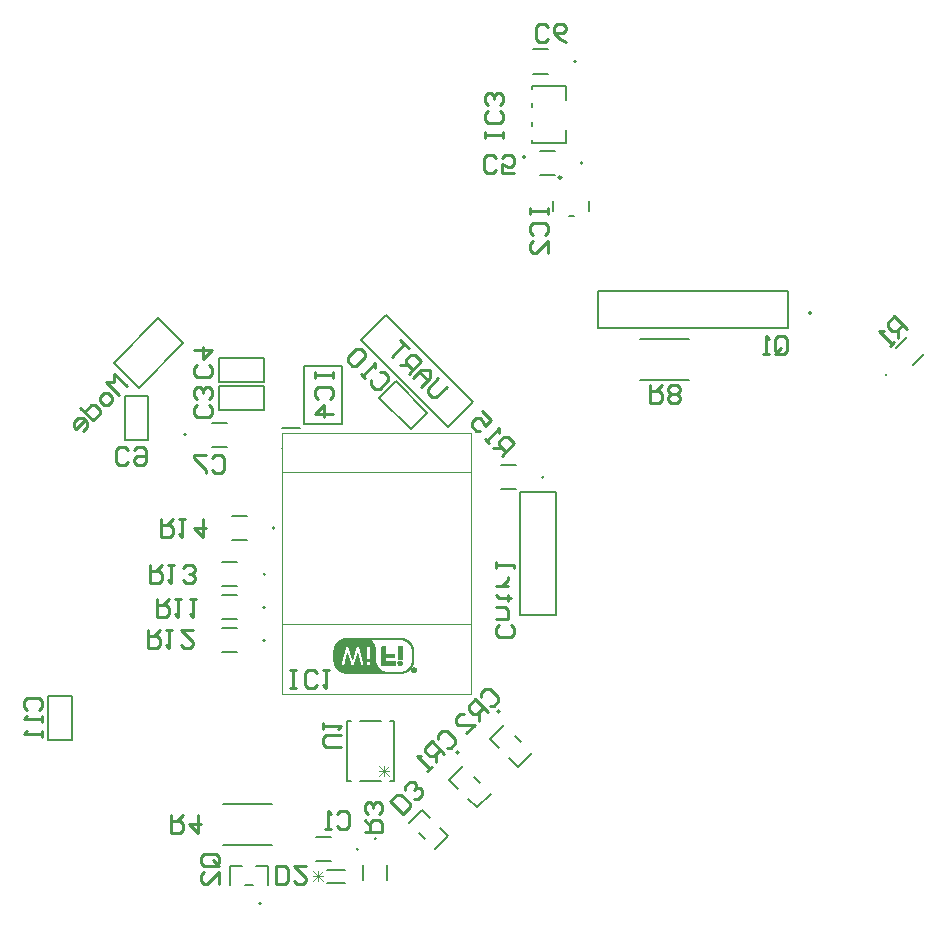
<source format=gbo>
G04 Layer_Color=32896*
%FSLAX44Y44*%
%MOMM*%
G71*
G01*
G75*
%ADD49C,0.1524*%
%ADD50C,0.2540*%
%ADD51C,0.1500*%
%ADD53C,0.2500*%
%ADD54C,0.2000*%
%ADD55C,0.1000*%
%ADD56C,0.0127*%
%ADD57C,0.0762*%
D49*
X175862Y397000D02*
G03*
X175862Y397000I-762J0D01*
G01*
X242704Y251000D02*
G03*
X242704Y251000I-762J0D01*
G01*
X242662Y223000D02*
G03*
X242662Y223000I-762J0D01*
G01*
X441772Y162450D02*
G03*
X441772Y162450I-1270J0D01*
G01*
X407207Y128015D02*
G03*
X407207Y128015I-1270J0D01*
G01*
X478662Y361000D02*
G03*
X478662Y361000I-762J0D01*
G01*
X239287Y434D02*
G03*
X239287Y434I-762J0D01*
G01*
X336762Y54900D02*
G03*
X336762Y54900I-762J0D01*
G01*
X321662Y46000D02*
G03*
X321662Y46000I-762J0D01*
G01*
X242704Y279000D02*
G03*
X242704Y279000I-762J0D01*
G01*
X250662Y318000D02*
G03*
X250662Y318000I-762J0D01*
G01*
X511662Y627000D02*
G03*
X511662Y627000I-762J0D01*
G01*
X463061Y632313D02*
G03*
X463061Y632313I-1270J0D01*
G01*
X505662Y713000D02*
G03*
X505662Y713000I-762J0D01*
G01*
X705295Y500000D02*
G03*
X705295Y500000I-1270J0D01*
G01*
X769327Y447565D02*
G03*
X769327Y447565I-762J0D01*
G01*
X197677Y407287D02*
X210322D01*
X197677Y386713D02*
X210322D01*
X206719Y240713D02*
X219364D01*
X206719Y261287D02*
X219364D01*
X206677Y212713D02*
X219322D01*
X206677Y233287D02*
X219322D01*
X295253Y17285D02*
X310747D01*
X295253Y28715D02*
X310747D01*
X433407Y139191D02*
X440720Y131878D01*
X454399Y141547D02*
X459112Y136834D01*
X456756Y115842D02*
X468430Y127516D01*
X449442Y123155D02*
X456756Y115842D01*
X433407Y139191D02*
X445081Y150865D01*
X398842Y104756D02*
X406156Y97443D01*
X419834Y107112D02*
X424547Y102399D01*
X422191Y81407D02*
X433865Y93082D01*
X414878Y88721D02*
X422191Y81407D01*
X398842Y104756D02*
X410517Y116430D01*
X442678Y350713D02*
X455322D01*
X442678Y371287D02*
X455322D01*
X245256Y15745D02*
X245256Y32255D01*
X212744D02*
X222960D01*
X212744Y15745D02*
X212744Y32255D01*
X225515Y15745D02*
X232485Y15745D01*
X235040Y32255D02*
X245256D01*
X207199Y84272D02*
X248801Y84272D01*
X207199Y49728D02*
X248801Y49728D01*
X346287Y19677D02*
Y32322D01*
X325713Y19677D02*
Y32322D01*
X390806Y64149D02*
X397613Y57343D01*
X373133Y59911D02*
X377911Y55133D01*
X364386Y68658D02*
X375342Y79613D01*
X382150Y72807D01*
X386657Y46386D02*
X397613Y57343D01*
X285678Y35713D02*
X298323D01*
X285678Y56287D02*
X298323D01*
X206719Y268713D02*
X219364D01*
X206719Y289287D02*
X219364D01*
X214678Y307713D02*
X227323D01*
X214678Y328287D02*
X227323D01*
X475677Y637287D02*
X488322D01*
X475677Y616713D02*
X488322D01*
X468776Y689440D02*
Y692257D01*
Y674121D02*
Y677960D01*
Y658040D02*
Y661879D01*
Y643743D02*
X497224D01*
Y680721D02*
Y692257D01*
X468776D02*
X497224D01*
X468776Y643743D02*
Y646560D01*
X497224Y643743D02*
Y655279D01*
X469678Y702713D02*
X482323D01*
X469678Y723287D02*
X482323D01*
X524310Y487300D02*
X685600D01*
X524310D02*
Y519050D01*
X685600D01*
Y487300D02*
Y519050D01*
X560200Y478272D02*
X601800Y478272D01*
X560200Y443728D02*
X601800Y443728D01*
X791803Y456255D02*
X800745Y465197D01*
X777255Y470803D02*
X786197Y479745D01*
X322781Y154273D02*
X341219D01*
X312188Y103727D02*
X315819D01*
X322781Y103727D02*
X341219Y103727D01*
X348181D02*
X351812Y103727D01*
X351812Y154273D01*
X312188D02*
X315819D01*
X312188Y103727D02*
X312188Y154273D01*
X348181D02*
X351812D01*
D50*
X284765Y450000D02*
Y444922D01*
Y447461D01*
X300000D01*
Y450000D01*
Y444922D01*
X287304Y427147D02*
X284765Y429687D01*
Y434765D01*
X287304Y437304D01*
X297461D01*
X300000Y434765D01*
Y429687D01*
X297461Y427147D01*
X300000Y414451D02*
X284765D01*
X292382Y422069D01*
Y411912D01*
X425841Y174795D02*
Y178386D01*
X429432Y181977D01*
X433023D01*
X440205Y174795D01*
Y171204D01*
X436614Y167614D01*
X433023D01*
X431227Y162227D02*
X420454Y173000D01*
X415068Y167614D01*
Y164023D01*
X418659Y160432D01*
X422250D01*
X427636Y165818D01*
X424045Y162227D02*
Y155045D01*
X413273Y144272D02*
X420454Y151454D01*
X406091D01*
X404295Y153250D01*
Y156841D01*
X407886Y160432D01*
X411477D01*
X438157Y621304D02*
X435617Y618765D01*
X430539D01*
X428000Y621304D01*
Y631461D01*
X430539Y634000D01*
X435617D01*
X438157Y631461D01*
X453392Y618765D02*
X443235D01*
Y626382D01*
X448313Y623843D01*
X450853D01*
X453392Y626382D01*
Y631461D01*
X450853Y634000D01*
X445774D01*
X443235Y631461D01*
X482157Y732304D02*
X479618Y729765D01*
X474539D01*
X472000Y732304D01*
Y742461D01*
X474539Y745000D01*
X479618D01*
X482157Y742461D01*
X497392Y729765D02*
X492313Y732304D01*
X487235Y737383D01*
Y742461D01*
X489774Y745000D01*
X494853D01*
X497392Y742461D01*
Y739922D01*
X494853Y737383D01*
X487235D01*
X197843Y377696D02*
X200382Y380235D01*
X205461D01*
X208000Y377696D01*
Y367539D01*
X205461Y365000D01*
X200382D01*
X197843Y367539D01*
X192765Y380235D02*
X182608D01*
Y377696D01*
X192765Y367539D01*
Y365000D01*
X451196Y236157D02*
X453735Y233617D01*
Y228539D01*
X451196Y226000D01*
X441039D01*
X438500Y228539D01*
Y233617D01*
X441039Y236157D01*
X438500Y241235D02*
X448657D01*
Y248853D01*
X446118Y251392D01*
X438500D01*
X451196Y259009D02*
X448657D01*
Y256470D01*
Y261549D01*
Y259009D01*
X441039D01*
X438500Y261549D01*
X448657Y269166D02*
X438500D01*
X443578D01*
X446118Y271705D01*
X448657Y274244D01*
Y276784D01*
X438500Y284401D02*
Y289479D01*
Y286940D01*
X453735D01*
Y284401D01*
X389276Y139360D02*
Y142951D01*
X392867Y146542D01*
X396458D01*
X403640Y139360D01*
Y135770D01*
X400049Y132178D01*
X396458D01*
X394662Y126792D02*
X383889Y137565D01*
X378503Y132178D01*
Y128588D01*
X382094Y124997D01*
X385685D01*
X391071Y130383D01*
X387480Y126792D02*
Y119610D01*
X383889Y116019D02*
X380299Y112428D01*
X382094Y114224D01*
X371321Y124997D01*
X374912D01*
X252000Y16765D02*
Y32000D01*
X259618D01*
X262157Y29461D01*
Y19304D01*
X259618Y16765D01*
X252000D01*
X277392Y32000D02*
X267235D01*
X277392Y21843D01*
Y19304D01*
X274853Y16765D01*
X269774D01*
X267235Y19304D01*
X359773Y76227D02*
X349000Y87000D01*
X354386Y92386D01*
X357977D01*
X365159Y85205D01*
Y81614D01*
X359773Y76227D01*
X368750Y88795D02*
X372341D01*
X375932Y92386D01*
Y95977D01*
X374137Y97773D01*
X370546D01*
X368750Y95977D01*
X370546Y97773D01*
Y101364D01*
X368750Y103159D01*
X365159D01*
X361568Y99568D01*
Y95977D01*
X466765Y589000D02*
Y583922D01*
Y586461D01*
X482000D01*
Y589000D01*
Y583922D01*
X469304Y566147D02*
X466765Y568687D01*
Y573765D01*
X469304Y576304D01*
X479461D01*
X482000Y573765D01*
Y568687D01*
X479461Y566147D01*
X482000Y550912D02*
Y561069D01*
X471843Y550912D01*
X469304D01*
X466765Y553451D01*
Y558530D01*
X469304Y561069D01*
X444235Y648000D02*
Y653078D01*
Y650539D01*
X429000D01*
Y648000D01*
Y653078D01*
X441696Y670853D02*
X444235Y668313D01*
Y663235D01*
X441696Y660696D01*
X431539D01*
X429000Y663235D01*
Y668313D01*
X431539Y670853D01*
X441696Y675931D02*
X444235Y678470D01*
Y683549D01*
X441696Y686088D01*
X439157D01*
X436618Y683549D01*
Y681009D01*
Y683549D01*
X434078Y686088D01*
X431539D01*
X429000Y683549D01*
Y678470D01*
X431539Y675931D01*
X674843Y467539D02*
Y477696D01*
X677383Y480235D01*
X682461D01*
X685000Y477696D01*
Y467539D01*
X682461Y465000D01*
X677383D01*
X679922Y470078D02*
X674843Y465000D01*
X677383D02*
X674843Y467539D01*
X669765Y465000D02*
X664687D01*
X667226D01*
Y480235D01*
X669765Y477696D01*
X201461Y31843D02*
X191304D01*
X188765Y34383D01*
Y39461D01*
X191304Y42000D01*
X201461D01*
X204000Y39461D01*
Y34383D01*
X198922Y36922D02*
X204000Y31843D01*
Y34383D02*
X201461Y31843D01*
X204000Y16608D02*
Y26765D01*
X193843Y16608D01*
X191304D01*
X188765Y19147D01*
Y24226D01*
X191304Y26765D01*
X786172Y486385D02*
X775399Y497158D01*
X770012Y491771D01*
Y488180D01*
X773603Y484589D01*
X777194D01*
X782581Y489976D01*
X778990Y486385D02*
Y479203D01*
X775399Y475612D02*
X771808Y472021D01*
X773603Y473816D01*
X762831Y484589D01*
X766421D01*
X327000Y61000D02*
X342235D01*
Y68618D01*
X339696Y71157D01*
X334618D01*
X332078Y68618D01*
Y61000D01*
Y66078D02*
X327000Y71157D01*
X339696Y76235D02*
X342235Y78774D01*
Y83853D01*
X339696Y86392D01*
X337157D01*
X334618Y83853D01*
Y81313D01*
Y83853D01*
X332078Y86392D01*
X329539D01*
X327000Y83853D01*
Y78774D01*
X329539Y76235D01*
X569000Y439000D02*
Y423765D01*
X576618D01*
X579157Y426304D01*
Y431382D01*
X576618Y433922D01*
X569000D01*
X574078D02*
X579157Y439000D01*
X584235Y426304D02*
X586774Y423765D01*
X591853D01*
X594392Y426304D01*
Y428843D01*
X591853Y431382D01*
X594392Y433922D01*
Y436461D01*
X591853Y439000D01*
X586774D01*
X584235Y436461D01*
Y433922D01*
X586774Y431382D01*
X584235Y428843D01*
Y426304D01*
X586774Y431382D02*
X591853D01*
X151042Y258000D02*
Y242765D01*
X158659D01*
X161199Y245304D01*
Y250382D01*
X158659Y252922D01*
X151042D01*
X156120D02*
X161199Y258000D01*
X166277D02*
X171355D01*
X168816D01*
Y242765D01*
X166277Y245304D01*
X178973Y258000D02*
X184051D01*
X181512D01*
Y242765D01*
X178973Y245304D01*
X144000Y232000D02*
Y216765D01*
X151618D01*
X154157Y219304D01*
Y224382D01*
X151618Y226922D01*
X144000D01*
X149078D02*
X154157Y232000D01*
X159235D02*
X164313D01*
X161774D01*
Y216765D01*
X159235Y219304D01*
X182088Y232000D02*
X171931D01*
X182088Y221843D01*
Y219304D01*
X179548Y216765D01*
X174470D01*
X171931Y219304D01*
X145042Y287000D02*
Y271765D01*
X152660D01*
X155199Y274304D01*
Y279382D01*
X152660Y281922D01*
X145042D01*
X150120D02*
X155199Y287000D01*
X160277D02*
X165355D01*
X162816D01*
Y271765D01*
X160277Y274304D01*
X172973D02*
X175512Y271765D01*
X180590D01*
X183130Y274304D01*
Y276843D01*
X180590Y279382D01*
X178051D01*
X180590D01*
X183130Y281922D01*
Y284461D01*
X180590Y287000D01*
X175512D01*
X172973Y284461D01*
X155000Y326000D02*
Y310765D01*
X162617D01*
X165157Y313304D01*
Y318382D01*
X162617Y320922D01*
X155000D01*
X160078D02*
X165157Y326000D01*
X170235D02*
X175313D01*
X172774D01*
Y310765D01*
X170235Y313304D01*
X190548Y326000D02*
Y310765D01*
X182931Y318382D01*
X193088D01*
X443000Y379000D02*
X453773Y389773D01*
X448386Y395159D01*
X444795D01*
X441204Y391568D01*
Y387977D01*
X446591Y382591D01*
X443000Y386182D02*
X435818D01*
X432227Y389773D02*
X428636Y393364D01*
X430432Y391568D01*
X441204Y402341D01*
Y398750D01*
X426841Y416705D02*
X434023Y409523D01*
X428636Y404137D01*
X426841Y409523D01*
X425045Y411319D01*
X421454D01*
X417863Y407728D01*
Y404137D01*
X421454Y400546D01*
X425045D01*
X306985Y132500D02*
X294289D01*
X291750Y135039D01*
Y140118D01*
X294289Y142657D01*
X306985D01*
X291750Y147735D02*
Y152813D01*
Y150274D01*
X306985D01*
X304446Y147735D01*
X396591Y437785D02*
X387613Y428808D01*
X384022D01*
X380431Y432399D01*
Y435990D01*
X389409Y444967D01*
X375045Y437785D02*
X382227Y444967D01*
Y452149D01*
X375045Y452149D01*
X367863Y444967D01*
X373250Y450354D01*
X380431Y443172D01*
X364272Y448558D02*
X375045Y459331D01*
X369659Y464717D01*
X366068D01*
X362477Y461127D01*
Y457536D01*
X367863Y452149D01*
X364272Y455740D02*
X357090D01*
X364272Y470104D02*
X357090Y477286D01*
X360681Y473695D01*
X349908Y462922D01*
X163000Y75000D02*
Y59765D01*
X170618D01*
X173157Y62304D01*
Y67382D01*
X170618Y69922D01*
X163000D01*
X168078D02*
X173157Y75000D01*
X185853D02*
Y59765D01*
X178235Y67382D01*
X188392D01*
X303843Y75696D02*
X306383Y78235D01*
X311461D01*
X314000Y75696D01*
Y65539D01*
X311461Y63000D01*
X306383D01*
X303843Y65539D01*
X298765Y63000D02*
X293687D01*
X296226D01*
Y78235D01*
X298765Y75696D01*
X195446Y422157D02*
X197985Y419618D01*
Y414539D01*
X195446Y412000D01*
X185289D01*
X182750Y414539D01*
Y419618D01*
X185289Y422157D01*
X195446Y427235D02*
X197985Y429774D01*
Y434852D01*
X195446Y437392D01*
X192907D01*
X190368Y434852D01*
Y432313D01*
Y434852D01*
X187828Y437392D01*
X185289D01*
X182750Y434852D01*
Y429774D01*
X185289Y427235D01*
X195696Y456157D02*
X198235Y453618D01*
Y448539D01*
X195696Y446000D01*
X185539D01*
X183000Y448539D01*
Y453618D01*
X185539Y456157D01*
X183000Y468853D02*
X198235D01*
X190618Y461235D01*
Y471392D01*
X127157Y374304D02*
X124618Y371765D01*
X119539D01*
X117000Y374304D01*
Y384461D01*
X119539Y387000D01*
X124618D01*
X127157Y384461D01*
X132235D02*
X134774Y387000D01*
X139853D01*
X142392Y384461D01*
Y374304D01*
X139853Y371765D01*
X134774D01*
X132235Y374304D01*
Y376843D01*
X134774Y379383D01*
X142392D01*
X339795Y450159D02*
X343386D01*
X346977Y446568D01*
Y442977D01*
X339795Y435796D01*
X336204D01*
X332614Y439386D01*
Y442977D01*
X327227Y444773D02*
X323636Y448364D01*
X325432Y446568D01*
X336204Y457341D01*
Y453750D01*
X327227Y462728D02*
Y466319D01*
X323636Y469909D01*
X320045D01*
X312863Y462728D01*
Y459137D01*
X316454Y455546D01*
X320045D01*
X327227Y462728D01*
X41304Y164093D02*
X38765Y166632D01*
Y171711D01*
X41304Y174250D01*
X51461D01*
X54000Y171711D01*
Y166632D01*
X51461Y164093D01*
X54000Y159015D02*
Y153937D01*
Y156476D01*
X38765D01*
X41304Y159015D01*
X54000Y146319D02*
Y141241D01*
Y143780D01*
X38765D01*
X41304Y146319D01*
X264000Y182765D02*
X269078D01*
X266539D01*
Y198000D01*
X264000D01*
X269078D01*
X286853Y185304D02*
X284313Y182765D01*
X279235D01*
X276696Y185304D01*
Y195461D01*
X279235Y198000D01*
X284313D01*
X286853Y195461D01*
X291931Y198000D02*
X297009D01*
X294470D01*
Y182765D01*
X291931Y185304D01*
X126000Y438000D02*
X115227Y448773D01*
Y441591D01*
X108045Y441591D01*
X118818Y430818D01*
X113432Y425432D02*
X109841Y421841D01*
X106250D01*
X102659Y425432D01*
Y429023D01*
X106250Y432614D01*
X109841D01*
X113432Y429023D01*
Y425432D01*
X86500Y420045D02*
X97273Y409272D01*
X102659Y414659D01*
Y418250D01*
X99068Y421841D01*
X95477D01*
X90091Y416454D01*
X88295Y400295D02*
X91886Y403886D01*
Y407477D01*
X88295Y411068D01*
X84704D01*
X81113Y407477D01*
Y403886D01*
X82909Y402091D01*
X90091Y409272D01*
D51*
X459000Y348250D02*
X489000Y348250D01*
X459000Y244000D02*
X489000D01*
X459000D02*
Y348200D01*
X489000Y244000D02*
Y348200D01*
X397826Y403600D02*
X419040Y424813D01*
X324110Y477316D02*
X345324Y498529D01*
X419004Y424849D01*
X324110Y477316D02*
X397791Y403635D01*
X114671Y457884D02*
X135884Y436671D01*
X114671Y457884D02*
X152395Y495608D01*
X173608Y474395D01*
X135884Y436671D02*
X173608Y474395D01*
D53*
X493750Y614750D02*
G03*
X493750Y614750I-1250J0D01*
G01*
D54*
X366187Y401671D02*
X380329Y415813D01*
X339671Y428187D02*
X366187Y401671D01*
X339671Y428187D02*
X353813Y442329D01*
X380329Y415813D01*
X124000Y429750D02*
X144000D01*
Y392250D02*
Y429750D01*
X124000Y392250D02*
X144000D01*
X124000D02*
Y429750D01*
X487000Y586750D02*
Y595250D01*
X499750Y582500D02*
X504250D01*
X517000Y586750D02*
Y595250D01*
X257250Y403100D02*
X272500D01*
X276000Y406500D02*
Y455500D01*
X308000Y455500D01*
Y406500D02*
Y455500D01*
X276000Y406500D02*
X308000D01*
X59000Y138500D02*
X79000D01*
X59000D02*
Y176000D01*
X79000D01*
Y138500D02*
Y176000D01*
X204000Y442000D02*
X204000Y462000D01*
X241500D01*
X241500Y442000D02*
X241500Y462000D01*
X204000Y442000D02*
X241500D01*
X204000Y438000D02*
X204000Y418000D01*
X204000Y438000D02*
X241500D01*
Y418000D02*
Y438000D01*
X204000Y418000D02*
X241500D01*
D55*
X256778Y236666D02*
X416778D01*
X257794Y365666D02*
X416778D01*
X256778Y177666D02*
X416778D01*
X256270Y385564D02*
X256778Y385056D01*
Y177666D02*
X256778Y398166D01*
X416778D01*
Y177666D02*
Y398166D01*
D56*
X310626Y195318D02*
X358378Y195318D01*
X309864Y195445D02*
X359140Y195445D01*
X309356Y195572D02*
X359648Y195572D01*
X308848Y195699D02*
X360156Y195699D01*
X308467Y195826D02*
X360537Y195826D01*
X308086Y195953D02*
X360918Y195953D01*
X307832Y196080D02*
X361172Y196080D01*
X307451Y196207D02*
X361553D01*
X367903Y196207D02*
X369173Y196207D01*
X307197Y196334D02*
X361807Y196334D01*
X367522D02*
X369427D01*
X306943Y196461D02*
X344281Y196461D01*
X358632D02*
X362061D01*
X367395Y196461D02*
X369681Y196461D01*
X306689Y196588D02*
X343519D01*
X359267D02*
X362315D01*
X367268Y196588D02*
X368157Y196588D01*
X368919Y196588D02*
X369808Y196588D01*
X306435Y196715D02*
X343138D01*
X359775Y196715D02*
X362569Y196715D01*
X367014D02*
X367776D01*
X369300Y196715D02*
X369935Y196715D01*
X306308Y196842D02*
X342630D01*
X360283D02*
X362696D01*
X367014D02*
X367649D01*
X369427D02*
X370062D01*
X306054Y196969D02*
X342376D01*
X360664D02*
X362950D01*
X366887D02*
X367395D01*
X369554D02*
X370189D01*
X305800Y197096D02*
X341995Y197096D01*
X360918D02*
X363077Y197096D01*
X366760D02*
X367268Y197096D01*
X367649Y197096D02*
X368792D01*
X369681D02*
X370189Y197096D01*
X305673Y197223D02*
X341741Y197223D01*
X361299Y197223D02*
X363331Y197223D01*
X366760D02*
X367268Y197223D01*
X367649Y197223D02*
X369173Y197223D01*
X369808Y197223D02*
X370316Y197223D01*
X305546Y197350D02*
X341487Y197350D01*
X361553Y197350D02*
X363458D01*
X366633Y197350D02*
X367141Y197350D01*
X367649Y197350D02*
X369300Y197350D01*
X369935Y197350D02*
X370316Y197350D01*
X305292Y197477D02*
X341233Y197477D01*
X361807Y197477D02*
X363712D01*
X366633Y197477D02*
X367141D01*
X367649Y197477D02*
X368030Y197477D01*
X368665D02*
X369300Y197477D01*
X369935Y197477D02*
X370443D01*
X305165Y197604D02*
X340979Y197604D01*
X362061Y197604D02*
X363839Y197604D01*
X366633D02*
X367014D01*
X367649D02*
X368030D01*
X368792D02*
X369300D01*
X370062D02*
X370443D01*
X305038Y197731D02*
X340725D01*
X362188Y197731D02*
X363966Y197731D01*
X366506D02*
X367014D01*
X367649Y197731D02*
X368030Y197731D01*
X368792D02*
X369300Y197731D01*
X370062Y197731D02*
X370443Y197731D01*
X304784Y197858D02*
X340598Y197858D01*
X362442Y197858D02*
X364220Y197858D01*
X366506D02*
X367014Y197858D01*
X367649Y197858D02*
X368030Y197858D01*
X368792Y197858D02*
X369300Y197858D01*
X370062Y197858D02*
X370443D01*
X304657Y197985D02*
X340344Y197985D01*
X362569Y197985D02*
X364347D01*
X366506Y197985D02*
X367014Y197985D01*
X367649Y197985D02*
X369300D01*
X370062D02*
X370570Y197985D01*
X304530Y198112D02*
X340217D01*
X362823D02*
X364474D01*
X366506D02*
X367014Y198112D01*
X367649D02*
X369173D01*
X370062Y198112D02*
X370570Y198112D01*
X304403Y198239D02*
X339963D01*
X362950Y198239D02*
X364601Y198239D01*
X366506D02*
X366887Y198239D01*
X367649Y198239D02*
X368919Y198239D01*
X370062Y198239D02*
X370570Y198239D01*
X304276Y198366D02*
X339836D01*
X363204Y198366D02*
X364728Y198366D01*
X366506Y198366D02*
X367014Y198366D01*
X367649Y198366D02*
X368030Y198366D01*
X368284D02*
X368919Y198366D01*
X370062Y198366D02*
X370570Y198366D01*
X304149Y198493D02*
X339709D01*
X363331D02*
X364855D01*
X366506D02*
X367014Y198493D01*
X367649Y198493D02*
X368030D01*
X368538D02*
X369046D01*
X370062D02*
X370443D01*
X304022Y198620D02*
X339582D01*
X363458D02*
X364982D01*
X366506D02*
X367014D01*
X367649D02*
X368030D01*
X368538D02*
X369173D01*
X370062D02*
X370443D01*
X303895Y198747D02*
X339328D01*
X363712D02*
X365109D01*
X366633D02*
X367014D01*
X367649D02*
X368030D01*
X368665D02*
X369173D01*
X369935D02*
X370443D01*
X303768Y198874D02*
X339201D01*
X363839D02*
X365236D01*
X366633D02*
X367141D01*
X367649D02*
X368030Y198874D01*
X368792Y198874D02*
X369300D01*
X369935Y198874D02*
X370443Y198874D01*
X303641Y199001D02*
X339074Y199001D01*
X363966D02*
X365363Y199001D01*
X366760Y199001D02*
X367141D01*
X367649Y199001D02*
X368030Y199001D01*
X368792D02*
X369427D01*
X369808Y199001D02*
X370316Y199001D01*
X303514Y199128D02*
X338947D01*
X364093Y199128D02*
X365490Y199128D01*
X366760Y199128D02*
X367268Y199128D01*
X367649Y199128D02*
X368030Y199128D01*
X368919Y199128D02*
X369427D01*
X369808Y199128D02*
X370316Y199128D01*
X303387Y199255D02*
X338820Y199255D01*
X364220Y199255D02*
X365617Y199255D01*
X366887Y199255D02*
X367395Y199255D01*
X369681Y199255D02*
X370189Y199255D01*
X303260Y199382D02*
X338693D01*
X364347D02*
X365617D01*
X366887D02*
X367522D01*
X369427D02*
X370062D01*
X303260Y199509D02*
X338566D01*
X364474D02*
X365744D01*
X367014D02*
X367776Y199509D01*
X369300Y199509D02*
X369935D01*
X303133Y199636D02*
X338566D01*
X364601Y199636D02*
X365871D01*
X367141Y199636D02*
X368030Y199636D01*
X369046Y199636D02*
X369808D01*
X303006Y199763D02*
X338439D01*
X364728Y199763D02*
X365998D01*
X367395Y199763D02*
X369681Y199763D01*
X302879Y199890D02*
X338312D01*
X364728D02*
X366125Y199890D01*
X367522Y199890D02*
X369554Y199890D01*
X302879Y200017D02*
X338185Y200017D01*
X364855D02*
X366125Y200017D01*
X367903Y200017D02*
X369173Y200017D01*
X302752Y200144D02*
X338058D01*
X364982Y200144D02*
X366252Y200144D01*
X302625Y200271D02*
X337931D01*
X365109Y200271D02*
X366379Y200271D01*
X302498Y200398D02*
X337931D01*
X365236D02*
X366379D01*
X302498Y200525D02*
X337804D01*
X365236Y200525D02*
X366506Y200525D01*
X302371Y200652D02*
X337677D01*
X365363Y200652D02*
X366633Y200652D01*
X302371Y200779D02*
X337677Y200779D01*
X365490D02*
X366633D01*
X302244Y200906D02*
X337550Y200906D01*
X365490Y200906D02*
X366760Y200906D01*
X302117Y201033D02*
X337423Y201033D01*
X365617Y201033D02*
X366760Y201033D01*
X302117Y201160D02*
X337423Y201160D01*
X365744Y201160D02*
X366887D01*
X301990Y201287D02*
X337296Y201287D01*
X365744Y201287D02*
X367014Y201287D01*
X301990Y201414D02*
X337296Y201414D01*
X365871D02*
X367014Y201414D01*
X301863Y201541D02*
X337169Y201541D01*
X365871Y201541D02*
X367141Y201541D01*
X301863Y201668D02*
X337169Y201668D01*
X365998Y201668D02*
X367141Y201668D01*
X301736Y201795D02*
X337042D01*
X366125Y201795D02*
X367268Y201795D01*
X301736Y201922D02*
X329549D01*
X330184Y201922D02*
X337042Y201922D01*
X356473D02*
X356981D01*
X366125Y201922D02*
X367268Y201922D01*
X301609Y202049D02*
X329041Y202049D01*
X330565D02*
X336915Y202049D01*
X355965Y202049D02*
X357489Y202049D01*
X366252Y202049D02*
X367268Y202049D01*
X301609Y202176D02*
X328787D01*
X330819D02*
X336915D01*
X355711Y202176D02*
X357743Y202176D01*
X366252D02*
X367395Y202176D01*
X301609Y202303D02*
X306689Y202303D01*
X306816D02*
X306943D01*
X309229Y202303D02*
X309483Y202303D01*
X309610D02*
X315071D01*
X317357D02*
X317484D01*
X317611D02*
X317865D01*
X317992D02*
X323326D01*
X326120Y202303D02*
X326247Y202303D01*
X326374D02*
X328660D01*
X331073D02*
X336788D01*
X355584D02*
X357997Y202303D01*
X366252Y202303D02*
X367395D01*
X301482Y202430D02*
X306562D01*
X309991D02*
X315071D01*
X317992D02*
X323199D01*
X326374D02*
X328533D01*
X331200D02*
X336788D01*
X341233D02*
X352790D01*
X355457D02*
X358124D01*
X366379D02*
X367522D01*
X301482Y202557D02*
X306562D01*
X309991D02*
X315071D01*
X318119D02*
X323199D01*
X326374D02*
X328406D01*
X331327D02*
X336788D01*
X341233D02*
X352917D01*
X355330D02*
X358251D01*
X366379D02*
X367522D01*
X301355Y202684D02*
X306689D01*
X309991Y202684D02*
X314944Y202684D01*
X318119D02*
X323199D01*
X326247D02*
X328279D01*
X331454D02*
X336661D01*
X341233D02*
X352790D01*
X355203D02*
X358251D01*
X366506Y202684D02*
X367522Y202684D01*
X301355Y202811D02*
X306689Y202811D01*
X309991Y202811D02*
X314944Y202811D01*
X318119Y202811D02*
X323072Y202811D01*
X326247Y202811D02*
X328152D01*
X331454D02*
X336661Y202811D01*
X341233Y202811D02*
X352790Y202811D01*
X355076Y202811D02*
X358378Y202811D01*
X366506Y202811D02*
X367649Y202811D01*
X301355Y202938D02*
X306689Y202938D01*
X310118Y202938D02*
X314944Y202938D01*
X318119Y202938D02*
X323072Y202938D01*
X326247Y202938D02*
X328152D01*
X331581Y202938D02*
X336534Y202938D01*
X341233Y202938D02*
X352790Y202938D01*
X355076D02*
X358505D01*
X366506D02*
X367649Y202938D01*
X301228Y203065D02*
X306689Y203065D01*
X310118Y203065D02*
X314817Y203065D01*
X318246Y203065D02*
X323072Y203065D01*
X326247Y203065D02*
X328025Y203065D01*
X331581D02*
X336534Y203065D01*
X341233Y203065D02*
X352790Y203065D01*
X354949Y203065D02*
X358505D01*
X366633Y203065D02*
X367776Y203065D01*
X301228Y203192D02*
X306816D01*
X310118D02*
X314817D01*
X318246D02*
X323072D01*
X326120Y203192D02*
X328025D01*
X331708Y203192D02*
X336534Y203192D01*
X341233Y203192D02*
X352790Y203192D01*
X354949D02*
X358632D01*
X366633Y203192D02*
X367776Y203192D01*
X301228Y203319D02*
X306816Y203319D01*
X310118Y203319D02*
X314817Y203319D01*
X318246Y203319D02*
X323072Y203319D01*
X326120D02*
X328025D01*
X331708D02*
X336407Y203319D01*
X341233D02*
X352790Y203319D01*
X354949D02*
X358632Y203319D01*
X366760Y203319D02*
X367776D01*
X301101Y203446D02*
X306816D01*
X310245Y203446D02*
X314690Y203446D01*
X318373D02*
X322945Y203446D01*
X326120Y203446D02*
X327898Y203446D01*
X331708D02*
X336407D01*
X341233D02*
X352790Y203446D01*
X354822Y203446D02*
X358632D01*
X366760Y203446D02*
X367776D01*
X301101Y203573D02*
X306816D01*
X310245D02*
X314690Y203573D01*
X318373D02*
X322945Y203573D01*
X326120Y203573D02*
X327898Y203573D01*
X331708D02*
X336407Y203573D01*
X341233Y203573D02*
X352790Y203573D01*
X354822Y203573D02*
X358632D01*
X366760Y203573D02*
X367903Y203573D01*
X301101Y203700D02*
X306943Y203700D01*
X310245Y203700D02*
X314690Y203700D01*
X318373D02*
X322945Y203700D01*
X325993Y203700D02*
X327898D01*
X331708D02*
X336407Y203700D01*
X341233D02*
X352790Y203700D01*
X354822Y203700D02*
X358632D01*
X366760Y203700D02*
X367903Y203700D01*
X301101Y203827D02*
X306943D01*
X310245Y203827D02*
X314690Y203827D01*
X318373Y203827D02*
X322945D01*
X325993D02*
X327898D01*
X331835D02*
X336280D01*
X341233D02*
X352790Y203827D01*
X354822Y203827D02*
X358632D01*
X366887D02*
X367903D01*
X300974Y203954D02*
X306943D01*
X310245Y203954D02*
X314563Y203954D01*
X318500Y203954D02*
X322818Y203954D01*
X325993Y203954D02*
X327898D01*
X331708D02*
X336280Y203954D01*
X341233D02*
X352790D01*
X354822D02*
X358632D01*
X366887Y203954D02*
X368030Y203954D01*
X300974Y204081D02*
X306943D01*
X310372D02*
X314563Y204081D01*
X318500Y204081D02*
X322818D01*
X325993Y204081D02*
X327898D01*
X331708D02*
X336280Y204081D01*
X341233Y204081D02*
X352790Y204081D01*
X354822D02*
X358632D01*
X366887D02*
X368030D01*
X300974Y204208D02*
X307070D01*
X310372D02*
X314563D01*
X318500Y204208D02*
X322818Y204208D01*
X325866Y204208D02*
X328025D01*
X331708Y204208D02*
X336280D01*
X341233D02*
X352790D01*
X354822D02*
X358632D01*
X366887D02*
X368030D01*
X300974Y204335D02*
X307070D01*
X310372D02*
X314436D01*
X318627Y204335D02*
X322818Y204335D01*
X325866D02*
X328025D01*
X331708Y204335D02*
X336153Y204335D01*
X341233D02*
X352790D01*
X354949D02*
X358632D01*
X367014D02*
X368030D01*
X300974Y204462D02*
X307070D01*
X310372D02*
X314436D01*
X318627D02*
X322691D01*
X325866D02*
X328025D01*
X331708D02*
X336153D01*
X341233D02*
X352790D01*
X354949D02*
X358505D01*
X367014D02*
X368030D01*
X300847Y204589D02*
X307197D01*
X310499Y204589D02*
X314436D01*
X318627Y204589D02*
X322691Y204589D01*
X325866D02*
X328025D01*
X331581D02*
X336153Y204589D01*
X341233Y204589D02*
X352790D01*
X354949Y204589D02*
X358505D01*
X367014Y204589D02*
X368157D01*
X300847Y204716D02*
X307197Y204716D01*
X310499Y204716D02*
X314436Y204716D01*
X318627Y204716D02*
X322691D01*
X325739D02*
X328152D01*
X331581Y204716D02*
X336153Y204716D01*
X341233Y204716D02*
X352790Y204716D01*
X355076Y204716D02*
X358505Y204716D01*
X367014Y204716D02*
X368157D01*
X300847Y204843D02*
X307197Y204843D01*
X310499D02*
X314309D01*
X318754Y204843D02*
X322691Y204843D01*
X325739Y204843D02*
X328152D01*
X331454D02*
X336153Y204843D01*
X341233Y204843D02*
X352790Y204843D01*
X355076D02*
X358378Y204843D01*
X367014Y204843D02*
X368157Y204843D01*
X300847Y204970D02*
X307197Y204970D01*
X310499Y204970D02*
X314309D01*
X318754Y204970D02*
X322564D01*
X325739Y204970D02*
X328279Y204970D01*
X331327Y204970D02*
X336153D01*
X341233Y204970D02*
X352790Y204970D01*
X355203Y204970D02*
X358251Y204970D01*
X367141Y204970D02*
X368157Y204970D01*
X300847Y205097D02*
X307324Y205097D01*
X310499Y205097D02*
X314309D01*
X318754D02*
X322564D01*
X325612D02*
X328406Y205097D01*
X331327Y205097D02*
X336153D01*
X341233Y205097D02*
X352790Y205097D01*
X355330D02*
X358251D01*
X367141D02*
X368157D01*
X300847Y205224D02*
X307324Y205224D01*
X310626Y205224D02*
X314182Y205224D01*
X318881Y205224D02*
X322564Y205224D01*
X325612Y205224D02*
X328533Y205224D01*
X331200Y205224D02*
X336026D01*
X341233D02*
X352917D01*
X355457D02*
X358124D01*
X367141D02*
X368157D01*
X300847Y205351D02*
X307324Y205351D01*
X310626Y205351D02*
X314182D01*
X318881Y205351D02*
X322564Y205351D01*
X325612D02*
X328660Y205351D01*
X331073Y205351D02*
X336026Y205351D01*
X341233D02*
X352790Y205351D01*
X355584D02*
X357870Y205351D01*
X367141D02*
X368157D01*
X300720Y205478D02*
X307324Y205478D01*
X310626Y205478D02*
X314182D01*
X318881D02*
X322564D01*
X325612D02*
X328914D01*
X330819D02*
X336026Y205478D01*
X341233Y205478D02*
X344662D01*
X355711Y205478D02*
X357743Y205478D01*
X367141D02*
X368284Y205478D01*
X300720Y205605D02*
X307451D01*
X310626Y205605D02*
X314055Y205605D01*
X318881D02*
X322437Y205605D01*
X325485Y205605D02*
X329168Y205605D01*
X330565Y205605D02*
X336026D01*
X341233D02*
X344662Y205605D01*
X356092D02*
X357489D01*
X367141D02*
X368284Y205605D01*
X300720Y205732D02*
X307451D01*
X310753Y205732D02*
X314055Y205732D01*
X319008D02*
X322437D01*
X325485D02*
X329676Y205732D01*
X329803Y205732D02*
X336026D01*
X341233D02*
X344662Y205732D01*
X356600Y205732D02*
X356727D01*
X367141Y205732D02*
X368284Y205732D01*
X300720Y205859D02*
X307451Y205859D01*
X310753Y205859D02*
X314055Y205859D01*
X319008Y205859D02*
X322437Y205859D01*
X325485Y205859D02*
X336026Y205859D01*
X341233D02*
X344662Y205859D01*
X367141Y205859D02*
X368284Y205859D01*
X300720Y205986D02*
X307451Y205986D01*
X310753Y205986D02*
X314055D01*
X319008D02*
X322437Y205986D01*
X325485Y205986D02*
X336026D01*
X341233Y205986D02*
X344662Y205986D01*
X367141Y205986D02*
X368284Y205986D01*
X300720Y206113D02*
X307578D01*
X310753D02*
X313928D01*
X319135D02*
X322437D01*
X325358D02*
X336026D01*
X341233D02*
X344662Y206113D01*
X367141Y206113D02*
X368284D01*
X300720Y206240D02*
X307578D01*
X310753D02*
X313928D01*
X319135D02*
X322310D01*
X325358D02*
X336026D01*
X341233D02*
X344662D01*
X367141D02*
X368284D01*
X300720Y206367D02*
X307578D01*
X310880D02*
X313928D01*
X319135D02*
X322310Y206367D01*
X325358Y206367D02*
X336026D01*
X341233D02*
X344662D01*
X367141D02*
X368284Y206367D01*
X300720Y206494D02*
X307705Y206494D01*
X310880D02*
X313801Y206494D01*
X319135Y206494D02*
X322310Y206494D01*
X325358Y206494D02*
X336026Y206494D01*
X341233Y206494D02*
X344662Y206494D01*
X367141Y206494D02*
X368284Y206494D01*
X300720Y206621D02*
X307705Y206621D01*
X310880Y206621D02*
X313801D01*
X319262Y206621D02*
X322310Y206621D01*
X325231D02*
X336026D01*
X341233Y206621D02*
X344662Y206621D01*
X367141Y206621D02*
X368284Y206621D01*
X300720Y206748D02*
X307705Y206748D01*
X310880Y206748D02*
X313801Y206748D01*
X319262D02*
X322183Y206748D01*
X325231Y206748D02*
X336026Y206748D01*
X341233D02*
X344662Y206748D01*
X367141Y206748D02*
X368284Y206748D01*
X300720Y206875D02*
X307705D01*
X311007Y206875D02*
X313801Y206875D01*
X319262D02*
X322183Y206875D01*
X325231Y206875D02*
X336026D01*
X341233D02*
X344662D01*
X367141Y206875D02*
X368284Y206875D01*
X300720Y207002D02*
X307832D01*
X311007D02*
X313674Y207002D01*
X319389Y207002D02*
X322183D01*
X325231D02*
X336026Y207002D01*
X341233D02*
X344662Y207002D01*
X367141D02*
X368284D01*
X300720Y207129D02*
X307832Y207129D01*
X311007Y207129D02*
X313674Y207129D01*
X319389D02*
X322183D01*
X325104D02*
X336026D01*
X341233D02*
X344662Y207129D01*
X367141Y207129D02*
X368284D01*
X300720Y207256D02*
X307832D01*
X311007Y207256D02*
X313674D01*
X316341Y207256D02*
X316468Y207256D01*
X319389Y207256D02*
X322056Y207256D01*
X325104Y207256D02*
X328152D01*
X331454Y207256D02*
X336026Y207256D01*
X341233D02*
X344662Y207256D01*
X355076Y207256D02*
X358378D01*
X367141Y207256D02*
X368284Y207256D01*
X300720Y207383D02*
X307832D01*
X311134D02*
X313547D01*
X316341Y207383D02*
X316595D01*
X319389Y207383D02*
X322056Y207383D01*
X325104Y207383D02*
X328152Y207383D01*
X331454D02*
X336026Y207383D01*
X341233Y207383D02*
X344662D01*
X355076Y207383D02*
X358378Y207383D01*
X367141Y207383D02*
X368284Y207383D01*
X300720Y207510D02*
X307959Y207510D01*
X311134Y207510D02*
X313547Y207510D01*
X316341Y207510D02*
X316595D01*
X319516Y207510D02*
X322056Y207510D01*
X324977D02*
X328152Y207510D01*
X331454Y207510D02*
X336026Y207510D01*
X341233D02*
X344662Y207510D01*
X355076Y207510D02*
X358378D01*
X367141Y207510D02*
X368284Y207510D01*
X300720Y207637D02*
X307959D01*
X311134Y207637D02*
X313547Y207637D01*
X316341Y207637D02*
X316595Y207637D01*
X319516Y207637D02*
X322056Y207637D01*
X324977Y207637D02*
X328152Y207637D01*
X331454D02*
X336026Y207637D01*
X341233Y207637D02*
X344662Y207637D01*
X355076Y207637D02*
X358378Y207637D01*
X367141D02*
X368284Y207637D01*
X300720Y207764D02*
X307959D01*
X311134Y207764D02*
X313420Y207764D01*
X316214Y207764D02*
X316595Y207764D01*
X319516Y207764D02*
X321929Y207764D01*
X324977Y207764D02*
X328152D01*
X331454Y207764D02*
X336026Y207764D01*
X341233Y207764D02*
X344662Y207764D01*
X355076Y207764D02*
X358378D01*
X367141Y207764D02*
X368284Y207764D01*
X300720Y207891D02*
X307959D01*
X311134D02*
X313420D01*
X316214D02*
X316722Y207891D01*
X319516Y207891D02*
X321929D01*
X324977D02*
X328279D01*
X331454Y207891D02*
X336026Y207891D01*
X341233Y207891D02*
X344662Y207891D01*
X355076D02*
X358378D01*
X367141Y207891D02*
X368284Y207891D01*
X300720Y208018D02*
X308086D01*
X311261D02*
X313420D01*
X316214D02*
X316722D01*
X319643D02*
X321929D01*
X324850D02*
X328152D01*
X331454D02*
X336026D01*
X341233D02*
X344662Y208018D01*
X355076Y208018D02*
X358378D01*
X367141D02*
X368284D01*
X300720Y208145D02*
X308086D01*
X311261D02*
X313420D01*
X316087D02*
X316722D01*
X319643D02*
X321929D01*
X324850D02*
X328152D01*
X331454D02*
X336026D01*
X341233D02*
X344662D01*
X355076D02*
X358378D01*
X367141D02*
X368284D01*
X300720Y208272D02*
X308086D01*
X311261D02*
X313293D01*
X316087D02*
X316849D01*
X319643D02*
X321929D01*
X324850Y208272D02*
X328152Y208272D01*
X331454D02*
X336026D01*
X341233D02*
X344662D01*
X355076D02*
X358378D01*
X367141D02*
X368284Y208272D01*
X300720Y208399D02*
X308213D01*
X311261D02*
X313293Y208399D01*
X316087Y208399D02*
X316849Y208399D01*
X319770Y208399D02*
X321802Y208399D01*
X324850Y208399D02*
X328152Y208399D01*
X331454Y208399D02*
X336026Y208399D01*
X341233Y208399D02*
X344662Y208399D01*
X355076Y208399D02*
X358378Y208399D01*
X367141Y208399D02*
X368284D01*
X300720Y208526D02*
X308213D01*
X311388Y208526D02*
X313293D01*
X316087Y208526D02*
X316849Y208526D01*
X319770Y208526D02*
X321802Y208526D01*
X324723D02*
X328152Y208526D01*
X331454D02*
X336026Y208526D01*
X341233Y208526D02*
X344662Y208526D01*
X355076D02*
X358378D01*
X367141Y208526D02*
X368284Y208526D01*
X300720Y208653D02*
X308213Y208653D01*
X311388Y208653D02*
X313166Y208653D01*
X315960Y208653D02*
X316849Y208653D01*
X319770Y208653D02*
X321802D01*
X324723Y208653D02*
X328152Y208653D01*
X331454Y208653D02*
X336026Y208653D01*
X341233Y208653D02*
X352282Y208653D01*
X355076Y208653D02*
X358378Y208653D01*
X367141Y208653D02*
X368284Y208653D01*
X300720Y208780D02*
X308213D01*
X311388Y208780D02*
X313166Y208780D01*
X315960D02*
X316976D01*
X319770D02*
X321802D01*
X324723Y208780D02*
X328152Y208780D01*
X331454D02*
X336026D01*
X341233D02*
X352282D01*
X355076D02*
X358378D01*
X367141Y208780D02*
X368284Y208780D01*
X300720Y208907D02*
X308340D01*
X311388D02*
X313166Y208907D01*
X315960D02*
X316976D01*
X319897Y208907D02*
X321675Y208907D01*
X324723Y208907D02*
X328152Y208907D01*
X331454Y208907D02*
X336026Y208907D01*
X341233D02*
X352282Y208907D01*
X355076Y208907D02*
X358378Y208907D01*
X367141Y208907D02*
X368284D01*
X300720Y209034D02*
X308340Y209034D01*
X311388Y209034D02*
X313039D01*
X315833D02*
X316976Y209034D01*
X319897Y209034D02*
X321675Y209034D01*
X324596D02*
X328152D01*
X331454D02*
X336026D01*
X341233D02*
X352282Y209034D01*
X355076Y209034D02*
X358378D01*
X367141D02*
X368284D01*
X300720Y209161D02*
X308340D01*
X311515D02*
X313039Y209161D01*
X315833Y209161D02*
X317103Y209161D01*
X319897D02*
X321675Y209161D01*
X324596D02*
X328152D01*
X331454Y209161D02*
X336026Y209161D01*
X341233D02*
X352282Y209161D01*
X355076Y209161D02*
X358378D01*
X367141Y209161D02*
X368284Y209161D01*
X300720Y209288D02*
X308340D01*
X311515Y209288D02*
X313039Y209288D01*
X315833D02*
X317103D01*
X320024Y209288D02*
X321675D01*
X324596D02*
X328152Y209288D01*
X331454D02*
X336026Y209288D01*
X341233Y209288D02*
X352282D01*
X355076Y209288D02*
X358378Y209288D01*
X367141Y209288D02*
X368284Y209288D01*
X300720Y209415D02*
X308467Y209415D01*
X311515D02*
X313039Y209415D01*
X315833Y209415D02*
X317103Y209415D01*
X320024D02*
X321548Y209415D01*
X324469Y209415D02*
X328152Y209415D01*
X331454Y209415D02*
X336026Y209415D01*
X341233Y209415D02*
X352282D01*
X355076Y209415D02*
X358378D01*
X367141Y209415D02*
X368284Y209415D01*
X300720Y209542D02*
X308467D01*
X311515Y209542D02*
X312912D01*
X315706Y209542D02*
X317103D01*
X320024Y209542D02*
X321548Y209542D01*
X324469D02*
X328152Y209542D01*
X331454D02*
X336026Y209542D01*
X341233Y209542D02*
X352282Y209542D01*
X355076Y209542D02*
X358378D01*
X367141Y209542D02*
X368284Y209542D01*
X300720Y209669D02*
X308467D01*
X311642D02*
X312912D01*
X315706D02*
X317230D01*
X320024D02*
X321548D01*
X324469Y209669D02*
X328152Y209669D01*
X331454D02*
X336026D01*
X341233D02*
X352282Y209669D01*
X355076Y209669D02*
X358378D01*
X367141D02*
X368284D01*
X300720Y209796D02*
X308594D01*
X311642D02*
X312912Y209796D01*
X315706Y209796D02*
X317230D01*
X320151D02*
X321548D01*
X324469D02*
X328152Y209796D01*
X331454D02*
X336026Y209796D01*
X341233Y209796D02*
X352282Y209796D01*
X355076D02*
X358378D01*
X367141Y209796D02*
X368284Y209796D01*
X300720Y209923D02*
X308594D01*
X311642D02*
X312785D01*
X315579D02*
X317230D01*
X320151D02*
X321548D01*
X324342D02*
X328152D01*
X331454D02*
X336026D01*
X341233D02*
X352282Y209923D01*
X355076Y209923D02*
X358378D01*
X367141D02*
X368284D01*
X300720Y210050D02*
X308594D01*
X311642D02*
X312785D01*
X315579D02*
X317357D01*
X320151D02*
X321421D01*
X324342D02*
X328152D01*
X331454D02*
X336026D01*
X341233D02*
X352282D01*
X355076D02*
X358378D01*
X367141D02*
X368284D01*
X300720Y210177D02*
X308594D01*
X311642D02*
X312785D01*
X315579Y210177D02*
X317357Y210177D01*
X320278D02*
X321421Y210177D01*
X324342Y210177D02*
X328152D01*
X331454D02*
X336026D01*
X341233D02*
X352282Y210177D01*
X355076D02*
X358378Y210177D01*
X367141D02*
X368284Y210177D01*
X300720Y210304D02*
X308721Y210304D01*
X311769Y210304D02*
X312785Y210304D01*
X315579Y210304D02*
X317357Y210304D01*
X320278D02*
X321421D01*
X324342Y210304D02*
X328152D01*
X331454Y210304D02*
X336026Y210304D01*
X341233Y210304D02*
X352282Y210304D01*
X355076Y210304D02*
X358378Y210304D01*
X367141Y210304D02*
X368284D01*
X300720Y210431D02*
X308721Y210431D01*
X311769Y210431D02*
X312658Y210431D01*
X315452Y210431D02*
X317357D01*
X320278Y210431D02*
X321421Y210431D01*
X324215Y210431D02*
X328152Y210431D01*
X331454D02*
X336026Y210431D01*
X341233Y210431D02*
X352282Y210431D01*
X355076D02*
X358378D01*
X367141Y210431D02*
X368284Y210431D01*
X300720Y210558D02*
X308721D01*
X311769D02*
X312658Y210558D01*
X315452Y210558D02*
X317484D01*
X320405Y210558D02*
X321294Y210558D01*
X324215Y210558D02*
X328152Y210558D01*
X331454Y210558D02*
X336026Y210558D01*
X341233Y210558D02*
X352282Y210558D01*
X355076Y210558D02*
X358378D01*
X367141Y210558D02*
X368284Y210558D01*
X300720Y210685D02*
X308721D01*
X311769D02*
X312658D01*
X315452Y210685D02*
X317484Y210685D01*
X320405D02*
X321294D01*
X324215Y210685D02*
X328152Y210685D01*
X331454D02*
X336026D01*
X341233D02*
X352282Y210685D01*
X355076Y210685D02*
X358378D01*
X367141Y210685D02*
X368284Y210685D01*
X300720Y210812D02*
X308848D01*
X311896D02*
X312531D01*
X315325Y210812D02*
X317484D01*
X320405Y210812D02*
X321294D01*
X324215Y210812D02*
X328152D01*
X331454Y210812D02*
X336026Y210812D01*
X341233D02*
X352282D01*
X355076Y210812D02*
X358378Y210812D01*
X367141D02*
X368284Y210812D01*
X300720Y210939D02*
X308848Y210939D01*
X311896Y210939D02*
X312531D01*
X315325Y210939D02*
X317611Y210939D01*
X320405D02*
X321294Y210939D01*
X324088Y210939D02*
X328152Y210939D01*
X331454D02*
X336026D01*
X341233D02*
X352282Y210939D01*
X355076Y210939D02*
X358378D01*
X367141Y210939D02*
X368284Y210939D01*
X300720Y211066D02*
X308848Y211066D01*
X311896Y211066D02*
X312531D01*
X315325Y211066D02*
X317611D01*
X320532D02*
X321167Y211066D01*
X324088Y211066D02*
X328152Y211066D01*
X331454Y211066D02*
X336026Y211066D01*
X341233D02*
X352282Y211066D01*
X355076Y211066D02*
X358378D01*
X367141Y211066D02*
X368284Y211066D01*
X300720Y211193D02*
X308848Y211193D01*
X311896Y211193D02*
X312404Y211193D01*
X315325D02*
X317611Y211193D01*
X320532Y211193D02*
X321167Y211193D01*
X324088Y211193D02*
X328152D01*
X331454D02*
X336026Y211193D01*
X341233Y211193D02*
X352282D01*
X355076Y211193D02*
X358378Y211193D01*
X367141Y211193D02*
X368284Y211193D01*
X300720Y211320D02*
X308975D01*
X311896D02*
X312404D01*
X315198D02*
X317611D01*
X320532D02*
X321167D01*
X324088Y211320D02*
X328152Y211320D01*
X331454D02*
X336026Y211320D01*
X341233Y211320D02*
X352282D01*
X355076Y211320D02*
X358378D01*
X367141Y211320D02*
X368284Y211320D01*
X300720Y211447D02*
X308975Y211447D01*
X312023Y211447D02*
X312404D01*
X315198D02*
X317738D01*
X320532Y211447D02*
X321167Y211447D01*
X323961Y211447D02*
X328152Y211447D01*
X331454D02*
X336026Y211447D01*
X341233Y211447D02*
X352282Y211447D01*
X355076Y211447D02*
X358378D01*
X367141Y211447D02*
X368284Y211447D01*
X300720Y211574D02*
X308975Y211574D01*
X312023Y211574D02*
X312404D01*
X315198D02*
X317738D01*
X320659Y211574D02*
X321167Y211574D01*
X323961Y211574D02*
X328152Y211574D01*
X331454D02*
X336026D01*
X341233D02*
X352282Y211574D01*
X355076Y211574D02*
X358378D01*
X367141D02*
X368284D01*
X300720Y211701D02*
X309102Y211701D01*
X312023Y211701D02*
X312277D01*
X315071D02*
X317738D01*
X320659D02*
X321040D01*
X323961D02*
X328152D01*
X331454D02*
X336026D01*
X341233Y211701D02*
X352282Y211701D01*
X355076D02*
X358378D01*
X367141Y211701D02*
X368284Y211701D01*
X300720Y211828D02*
X309102D01*
X312023D02*
X312277D01*
X315071D02*
X317865D01*
X320659D02*
X321040D01*
X323834D02*
X328152D01*
X331454D02*
X336026D01*
X341233D02*
X344662D01*
X355076D02*
X358378D01*
X367141D02*
X368284D01*
X300720Y211955D02*
X309102D01*
X312150D02*
X312277D01*
X315071D02*
X317865D01*
X320786D02*
X321040D01*
X323834D02*
X328152D01*
X331454D02*
X336026D01*
X341233D02*
X344662D01*
X355076D02*
X358378D01*
X367141D02*
X368284D01*
X300720Y212082D02*
X309102D01*
X315071D02*
X317865Y212082D01*
X320786Y212082D02*
X321040Y212082D01*
X323834Y212082D02*
X328152D01*
X331454D02*
X336026Y212082D01*
X341233Y212082D02*
X344662Y212082D01*
X355076D02*
X358378Y212082D01*
X367141D02*
X368284Y212082D01*
X300720Y212209D02*
X309229Y212209D01*
X314944D02*
X317865Y212209D01*
X320786D02*
X320913Y212209D01*
X323834Y212209D02*
X328152Y212209D01*
X331454Y212209D02*
X336026Y212209D01*
X341233Y212209D02*
X344662Y212209D01*
X355076Y212209D02*
X358378Y212209D01*
X367141Y212209D02*
X368284D01*
X300720Y212336D02*
X309229Y212336D01*
X314944D02*
X317992D01*
X320786Y212336D02*
X320913Y212336D01*
X323707Y212336D02*
X328152Y212336D01*
X331454D02*
X336026Y212336D01*
X341233Y212336D02*
X344662Y212336D01*
X355076Y212336D02*
X358378D01*
X367141Y212336D02*
X368284Y212336D01*
X300720Y212463D02*
X309229Y212463D01*
X314944D02*
X317992Y212463D01*
X323707D02*
X328152Y212463D01*
X331454Y212463D02*
X336026D01*
X341233Y212463D02*
X344662Y212463D01*
X355076Y212463D02*
X358378Y212463D01*
X367141Y212463D02*
X368284D01*
X300720Y212590D02*
X309229Y212590D01*
X314817Y212590D02*
X317992Y212590D01*
X323707D02*
X328152D01*
X331454D02*
X336026D01*
X341233D02*
X344662D01*
X355076D02*
X358378D01*
X367141D02*
X368284D01*
X300720Y212717D02*
X309356Y212717D01*
X314817D02*
X318119Y212717D01*
X323707D02*
X328152Y212717D01*
X331454Y212717D02*
X336026Y212717D01*
X341233D02*
X344662Y212717D01*
X355076D02*
X358378Y212717D01*
X367141D02*
X368284Y212717D01*
X300720Y212844D02*
X309356D01*
X314817Y212844D02*
X318119Y212844D01*
X323580D02*
X328152D01*
X331454D02*
X336026D01*
X341233Y212844D02*
X344662Y212844D01*
X355076Y212844D02*
X358378D01*
X367141Y212844D02*
X368284Y212844D01*
X300720Y212971D02*
X309356D01*
X314690Y212971D02*
X318119Y212971D01*
X323580D02*
X328152D01*
X331454Y212971D02*
X336026Y212971D01*
X341233D02*
X344662Y212971D01*
X355076Y212971D02*
X358378D01*
X367141Y212971D02*
X368284Y212971D01*
X300720Y213098D02*
X309483D01*
X314690Y213098D02*
X318246D01*
X323580Y213098D02*
X328152Y213098D01*
X331454D02*
X336026Y213098D01*
X341233Y213098D02*
X344662D01*
X355076Y213098D02*
X358378Y213098D01*
X367141Y213098D02*
X368284Y213098D01*
X300720Y213225D02*
X309483D01*
X314690Y213225D02*
X318246D01*
X323580D02*
X328152Y213225D01*
X331454Y213225D02*
X336026Y213225D01*
X341233D02*
X344662Y213225D01*
X355076Y213225D02*
X358378D01*
X367141Y213225D02*
X368284Y213225D01*
X300720Y213352D02*
X309483D01*
X314690Y213352D02*
X318246D01*
X323453Y213352D02*
X328152Y213352D01*
X331454D02*
X336026Y213352D01*
X341233Y213352D02*
X344662Y213352D01*
X355076Y213352D02*
X358378D01*
X367141Y213352D02*
X368284Y213352D01*
X300720Y213479D02*
X309483Y213479D01*
X314563Y213479D02*
X318246D01*
X323453D02*
X328152D01*
X331454D02*
X336026D01*
X341233D02*
X344662Y213479D01*
X355076Y213479D02*
X358378D01*
X367141D02*
X368284D01*
X300720Y213606D02*
X309610D01*
X314563D02*
X318373D01*
X323453D02*
X328152D01*
X331454D02*
X336026D01*
X341233D02*
X344662D01*
X355076D02*
X358378D01*
X367141Y213606D02*
X368284Y213606D01*
X300720Y213733D02*
X309610D01*
X314563D02*
X318373D01*
X323453D02*
X328152D01*
X331454D02*
X336026D01*
X341233D02*
X344662D01*
X355076D02*
X358378D01*
X367141D02*
X368284D01*
X300720Y213860D02*
X309610Y213860D01*
X314436D02*
X318373D01*
X323326D02*
X328152D01*
X331454D02*
X336026D01*
X341233D02*
X344662D01*
X355076D02*
X358378D01*
X367141D02*
X368284D01*
X300720Y213987D02*
X309610Y213987D01*
X314436Y213987D02*
X318373D01*
X323326Y213987D02*
X328152Y213987D01*
X331454Y213987D02*
X336026Y213987D01*
X341233Y213987D02*
X344662Y213987D01*
X355076D02*
X358378Y213987D01*
X367141Y213987D02*
X368284Y213987D01*
X300720Y214114D02*
X309737D01*
X314436Y214114D02*
X318500D01*
X323326Y214114D02*
X328152Y214114D01*
X331454Y214114D02*
X336026Y214114D01*
X341233Y214114D02*
X344662Y214114D01*
X355076Y214114D02*
X358378Y214114D01*
X367141Y214114D02*
X368284D01*
X300720Y214241D02*
X309737Y214241D01*
X314436Y214241D02*
X318500D01*
X323199Y214241D02*
X328152Y214241D01*
X331454D02*
X336026Y214241D01*
X341233Y214241D02*
X344662Y214241D01*
X355076Y214241D02*
X358378D01*
X367141Y214241D02*
X368284Y214241D01*
X300720Y214368D02*
X309737D01*
X314309D02*
X318500Y214368D01*
X323199Y214368D02*
X328152Y214368D01*
X331454Y214368D02*
X336026Y214368D01*
X341233D02*
X344662Y214368D01*
X355076Y214368D02*
X358378Y214368D01*
X367141Y214368D02*
X368284D01*
X300720Y214495D02*
X309737Y214495D01*
X314309Y214495D02*
X318627D01*
X323199D02*
X328152D01*
X331454D02*
X336026D01*
X341233D02*
X344662D01*
X355076D02*
X358378D01*
X367141D02*
X368284D01*
X300720Y214622D02*
X309864Y214622D01*
X314309D02*
X318627D01*
X323199Y214622D02*
X328152Y214622D01*
X331454Y214622D02*
X336026Y214622D01*
X341233D02*
X344662Y214622D01*
X355076D02*
X358378Y214622D01*
X367141D02*
X368284Y214622D01*
X300720Y214749D02*
X309864Y214749D01*
X314182Y214749D02*
X318627Y214749D01*
X323072Y214749D02*
X328152D01*
X331454Y214749D02*
X336026D01*
X341233Y214749D02*
X344662Y214749D01*
X355076Y214749D02*
X358378Y214749D01*
X367141Y214749D02*
X368284Y214749D01*
X300847Y214876D02*
X309864D01*
X314182Y214876D02*
X318627Y214876D01*
X323072Y214876D02*
X328152Y214876D01*
X331454Y214876D02*
X336026Y214876D01*
X341233D02*
X344662Y214876D01*
X355076Y214876D02*
X358378D01*
X367141Y214876D02*
X368157Y214876D01*
X300847Y215003D02*
X309991D01*
X314182D02*
X318754D01*
X323072D02*
X328152Y215003D01*
X331454D02*
X335899Y215003D01*
X341233Y215003D02*
X344662Y215003D01*
X355076Y215003D02*
X358378Y215003D01*
X367141Y215003D02*
X368157D01*
X300847Y215130D02*
X309991D01*
X314182D02*
X318754Y215130D01*
X323072Y215130D02*
X328152D01*
X331454Y215130D02*
X335899Y215130D01*
X341233Y215130D02*
X344662Y215130D01*
X355076Y215130D02*
X358378D01*
X367141Y215130D02*
X368157Y215130D01*
X300847Y215257D02*
X309991D01*
X314055D02*
X318754Y215257D01*
X322945Y215257D02*
X328152Y215257D01*
X331454D02*
X335899Y215257D01*
X341233Y215257D02*
X344662Y215257D01*
X355076Y215257D02*
X358378D01*
X367141Y215257D02*
X368157Y215257D01*
X300847Y215384D02*
X309991D01*
X314055D02*
X318881D01*
X322945D02*
X328152D01*
X331454D02*
X335899D01*
X341233D02*
X344662Y215384D01*
X355076Y215384D02*
X358378D01*
X367014Y215384D02*
X368157Y215384D01*
X300847Y215511D02*
X310118D01*
X314055D02*
X318881D01*
X322945D02*
X328152D01*
X331454D02*
X335899D01*
X341233D02*
X344662D01*
X355076D02*
X358378D01*
X367014D02*
X368157D01*
X300847Y215638D02*
X310118D01*
X313928D02*
X318881D01*
X322945D02*
X328152D01*
X331454D02*
X335899D01*
X341233D02*
X344662D01*
X355076D02*
X358378D01*
X367014D02*
X368030D01*
X300974Y215765D02*
X310118D01*
X313928Y215765D02*
X319008Y215765D01*
X322818D02*
X328152D01*
X331454D02*
X335899D01*
X341233D02*
X344662D01*
X355076D02*
X358378D01*
X367014D02*
X368030Y215765D01*
X300974Y215892D02*
X310118D01*
X313928D02*
X319008Y215892D01*
X322818D02*
X328152Y215892D01*
X331454D02*
X335899Y215892D01*
X341233Y215892D02*
X344662Y215892D01*
X355076D02*
X358378Y215892D01*
X367014Y215892D02*
X368030Y215892D01*
X300974Y216019D02*
X310245D01*
X313928D02*
X319008D01*
X322818D02*
X328152Y216019D01*
X331454Y216019D02*
X335772Y216019D01*
X341233D02*
X344662Y216019D01*
X355076Y216019D02*
X358378Y216019D01*
X366887Y216019D02*
X368030D01*
X300974Y216146D02*
X310245D01*
X313801Y216146D02*
X319008D01*
X322818Y216146D02*
X328152Y216146D01*
X331454D02*
X335772Y216146D01*
X341233Y216146D02*
X344662Y216146D01*
X355076Y216146D02*
X358378Y216146D01*
X366887Y216146D02*
X368030Y216146D01*
X300974Y216273D02*
X310245D01*
X313801D02*
X319135Y216273D01*
X322691D02*
X328152D01*
X331454Y216273D02*
X335772Y216273D01*
X341233D02*
X344662Y216273D01*
X355076Y216273D02*
X358378Y216273D01*
X366887Y216273D02*
X367903Y216273D01*
X301101Y216400D02*
X310245Y216400D01*
X313801D02*
X319135D01*
X322691D02*
X328152D01*
X331454D02*
X335772D01*
X341233D02*
X344662D01*
X355076D02*
X358378D01*
X366887D02*
X367903D01*
X301101Y216527D02*
X310372D01*
X313674Y216527D02*
X319135D01*
X322691D02*
X328152D01*
X331454Y216527D02*
X335772Y216527D01*
X341233D02*
X344662Y216527D01*
X355076D02*
X358378Y216527D01*
X366760Y216527D02*
X367903Y216527D01*
X301101Y216654D02*
X310372D01*
X313674Y216654D02*
X319262Y216654D01*
X322564D02*
X328152D01*
X331454Y216654D02*
X335645Y216654D01*
X341233Y216654D02*
X344662D01*
X355076Y216654D02*
X358378Y216654D01*
X366760Y216654D02*
X367903Y216654D01*
X301228Y216781D02*
X310372Y216781D01*
X313674Y216781D02*
X319262Y216781D01*
X322564Y216781D02*
X328152Y216781D01*
X331454Y216781D02*
X335645D01*
X341233Y216781D02*
X344662Y216781D01*
X355076Y216781D02*
X358378D01*
X366760Y216781D02*
X367776D01*
X301228Y216908D02*
X310499Y216908D01*
X313674Y216908D02*
X319262Y216908D01*
X322564D02*
X328152Y216908D01*
X331454D02*
X335645Y216908D01*
X341233Y216908D02*
X344662Y216908D01*
X355076Y216908D02*
X358378Y216908D01*
X366633D02*
X367776D01*
X301228Y217035D02*
X310499D01*
X313547Y217035D02*
X319262D01*
X322564Y217035D02*
X328152Y217035D01*
X331454Y217035D02*
X335645Y217035D01*
X341233Y217035D02*
X344662Y217035D01*
X355076Y217035D02*
X358378D01*
X366633Y217035D02*
X367776Y217035D01*
X301228Y217162D02*
X310499D01*
X313547D02*
X319389D01*
X322437Y217162D02*
X328279Y217162D01*
X331454Y217162D02*
X335518D01*
X341233D02*
X344662Y217162D01*
X355076D02*
X358378D01*
X366633D02*
X367649D01*
X301355Y217289D02*
X310499D01*
X313547D02*
X319389D01*
X322437D02*
X328279D01*
X331454D02*
X335518D01*
X341233D02*
X344662Y217289D01*
X355076Y217289D02*
X358378D01*
X366506D02*
X367649D01*
X301355Y217416D02*
X310626D01*
X313420D02*
X319389D01*
X322437D02*
X328152D01*
X331454D02*
X335518Y217416D01*
X341233Y217416D02*
X344662D01*
X355076D02*
X358378D01*
X366506D02*
X367649D01*
X301482Y217543D02*
X310626D01*
X313420D02*
X319516D01*
X322437D02*
X328152D01*
X331454D02*
X335518D01*
X341233D02*
X344662D01*
X355076D02*
X358378D01*
X366506D02*
X367522D01*
X301482Y217670D02*
X310626D01*
X313420D02*
X319516Y217670D01*
X322310Y217670D02*
X328152D01*
X331454D02*
X335391D01*
X341233D02*
X344662D01*
X355076D02*
X358378D01*
X366379D02*
X367522D01*
X301482Y217797D02*
X310753D01*
X311007D02*
X311134Y217797D01*
X313166Y217797D02*
X319516Y217797D01*
X319770D02*
X319897Y217797D01*
X320024Y217797D02*
X320278D01*
X322310Y217797D02*
X328279Y217797D01*
X331454Y217797D02*
X335391Y217797D01*
X341487Y217797D02*
X344662Y217797D01*
X355330Y217797D02*
X355584D01*
X355838Y217797D02*
X357870Y217797D01*
X358251Y217797D02*
X358378Y217797D01*
X366379Y217797D02*
X367522Y217797D01*
X301609Y217924D02*
X335391D01*
X366252Y217924D02*
X367395D01*
X301609Y218051D02*
X335264Y218051D01*
X366252Y218051D02*
X367395Y218051D01*
X301736Y218178D02*
X335264Y218178D01*
X366125D02*
X367268Y218178D01*
X301736Y218305D02*
X335264Y218305D01*
X366125Y218305D02*
X367268D01*
X301736Y218432D02*
X335137Y218432D01*
X365998Y218432D02*
X367141D01*
X301863Y218559D02*
X335137Y218559D01*
X365998Y218559D02*
X367141Y218559D01*
X301863Y218686D02*
X335010D01*
X365871Y218686D02*
X367014Y218686D01*
X301990Y218813D02*
X335010D01*
X365871Y218813D02*
X367014Y218813D01*
X301990Y218940D02*
X335010Y218940D01*
X365744Y218940D02*
X366887Y218940D01*
X302117Y219067D02*
X334883D01*
X365744D02*
X366887D01*
X302244Y219194D02*
X334883D01*
X365617D02*
X366760D01*
X302244Y219321D02*
X334756D01*
X365490D02*
X366760D01*
X302371Y219448D02*
X334756D01*
X365490D02*
X366633D01*
X302371Y219575D02*
X334629D01*
X365363Y219575D02*
X366633D01*
X302498Y219702D02*
X334629D01*
X365236Y219702D02*
X366506Y219702D01*
X302625Y219829D02*
X334502D01*
X365109Y219829D02*
X366379Y219829D01*
X302625Y219956D02*
X334502D01*
X365109D02*
X366379D01*
X302752Y220083D02*
X334375D01*
X364982D02*
X366252D01*
X302879Y220210D02*
X334375D01*
X364855Y220210D02*
X366125D01*
X303006Y220337D02*
X334248D01*
X364728Y220337D02*
X365998D01*
X303006Y220464D02*
X334121Y220464D01*
X364601Y220464D02*
X365998Y220464D01*
X303133Y220591D02*
X334121Y220591D01*
X364474D02*
X365871Y220591D01*
X303260Y220718D02*
X333994Y220718D01*
X364474D02*
X365744D01*
X303387Y220845D02*
X333867Y220845D01*
X364347D02*
X365617Y220845D01*
X303387Y220972D02*
X333867Y220972D01*
X364220D02*
X365490Y220972D01*
X303514Y221099D02*
X333740Y221099D01*
X364093D02*
X365490D01*
X303641Y221226D02*
X333613D01*
X363839D02*
X365363D01*
X303768Y221353D02*
X333613D01*
X363712D02*
X365236D01*
X303895Y221480D02*
X333486Y221480D01*
X363585Y221480D02*
X365109Y221480D01*
X304022Y221607D02*
X333359Y221607D01*
X363458Y221607D02*
X364982Y221607D01*
X304149Y221734D02*
X333232Y221734D01*
X363331Y221734D02*
X364855Y221734D01*
X304276Y221861D02*
X333105D01*
X363077D02*
X364728D01*
X304403Y221988D02*
X333105D01*
X362950D02*
X364601D01*
X304530Y222115D02*
X332978Y222115D01*
X362823Y222115D02*
X364474D01*
X304784Y222242D02*
X332851D01*
X362569D02*
X364220Y222242D01*
X304911Y222369D02*
X332724D01*
X362442Y222369D02*
X364093Y222369D01*
X305038Y222496D02*
X332597D01*
X362188Y222496D02*
X363966D01*
X305165Y222623D02*
X332470Y222623D01*
X361934Y222623D02*
X363839D01*
X305292Y222750D02*
X332343Y222750D01*
X361680Y222750D02*
X363585Y222750D01*
X305546Y222877D02*
X332216Y222877D01*
X361426Y222877D02*
X363458Y222877D01*
X305673Y223004D02*
X332089D01*
X361172D02*
X363331D01*
X305927Y223131D02*
X331962D01*
X360918D02*
X363077D01*
X306054Y223258D02*
X331835D01*
X360537Y223258D02*
X362950Y223258D01*
X306308Y223385D02*
X331708D01*
X360156Y223385D02*
X362696Y223385D01*
X306562Y223512D02*
X331581D01*
X359775Y223512D02*
X362442Y223512D01*
X306816Y223639D02*
X331327D01*
X359140D02*
X362188Y223639D01*
X307070Y223766D02*
X331200D01*
X358251Y223766D02*
X361934Y223766D01*
X307324Y223893D02*
X361680Y223893D01*
X307578Y224020D02*
X361426Y224020D01*
X307832Y224147D02*
X361172Y224147D01*
X308213Y224274D02*
X360791D01*
X308594Y224401D02*
X360410Y224401D01*
X308975Y224528D02*
X360029Y224528D01*
X309483Y224655D02*
X359521Y224655D01*
X310118Y224782D02*
X359013D01*
X311007Y224909D02*
X357997D01*
D57*
X283000Y18770D02*
X291464Y27234D01*
X283000D02*
X291464Y18770D01*
X283000Y23002D02*
X291464D01*
X287232Y27234D02*
Y18770D01*
X347830Y108000D02*
X339366Y116464D01*
Y108000D02*
X347830Y116464D01*
X343598Y108000D02*
Y116464D01*
X339366Y112232D02*
X347830D01*
M02*

</source>
